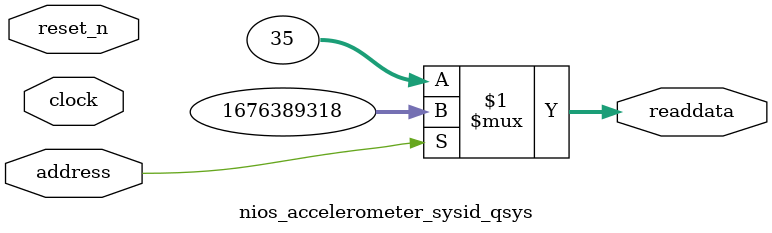
<source format=v>



// synthesis translate_off
`timescale 1ns / 1ps
// synthesis translate_on

// turn off superfluous verilog processor warnings 
// altera message_level Level1 
// altera message_off 10034 10035 10036 10037 10230 10240 10030 

module nios_accelerometer_sysid_qsys (
               // inputs:
                address,
                clock,
                reset_n,

               // outputs:
                readdata
             )
;

  output  [ 31: 0] readdata;
  input            address;
  input            clock;
  input            reset_n;

  wire    [ 31: 0] readdata;
  //control_slave, which is an e_avalon_slave
  assign readdata = address ? 1676389318 : 35;

endmodule



</source>
